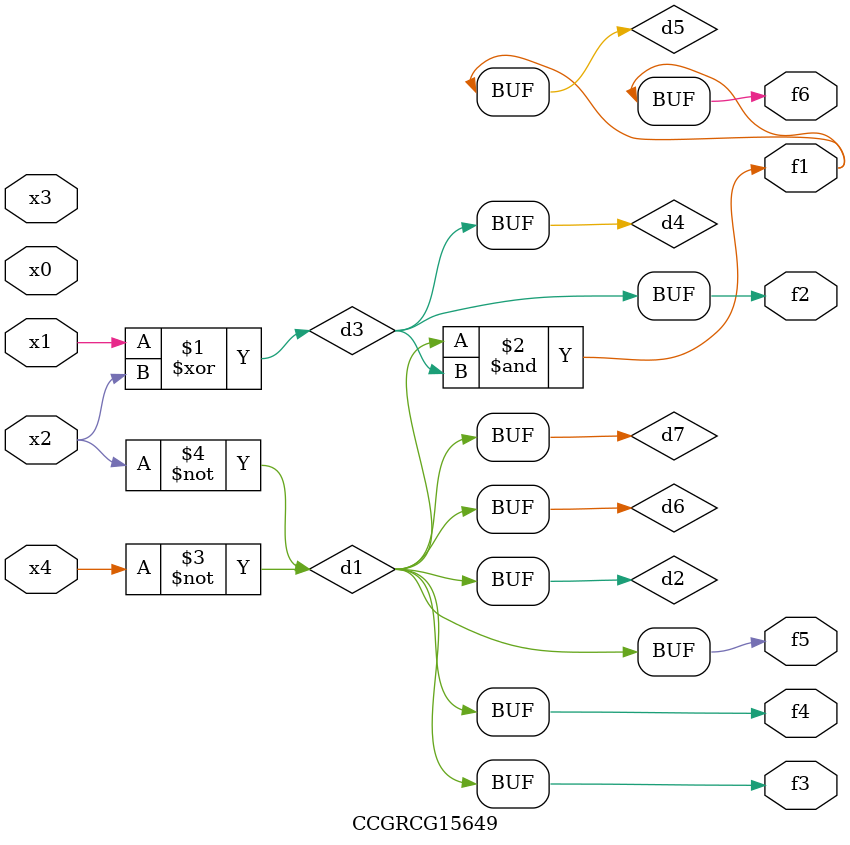
<source format=v>
module CCGRCG15649(
	input x0, x1, x2, x3, x4,
	output f1, f2, f3, f4, f5, f6
);

	wire d1, d2, d3, d4, d5, d6, d7;

	not (d1, x4);
	not (d2, x2);
	xor (d3, x1, x2);
	buf (d4, d3);
	and (d5, d1, d3);
	buf (d6, d1, d2);
	buf (d7, d2);
	assign f1 = d5;
	assign f2 = d4;
	assign f3 = d7;
	assign f4 = d7;
	assign f5 = d7;
	assign f6 = d5;
endmodule

</source>
